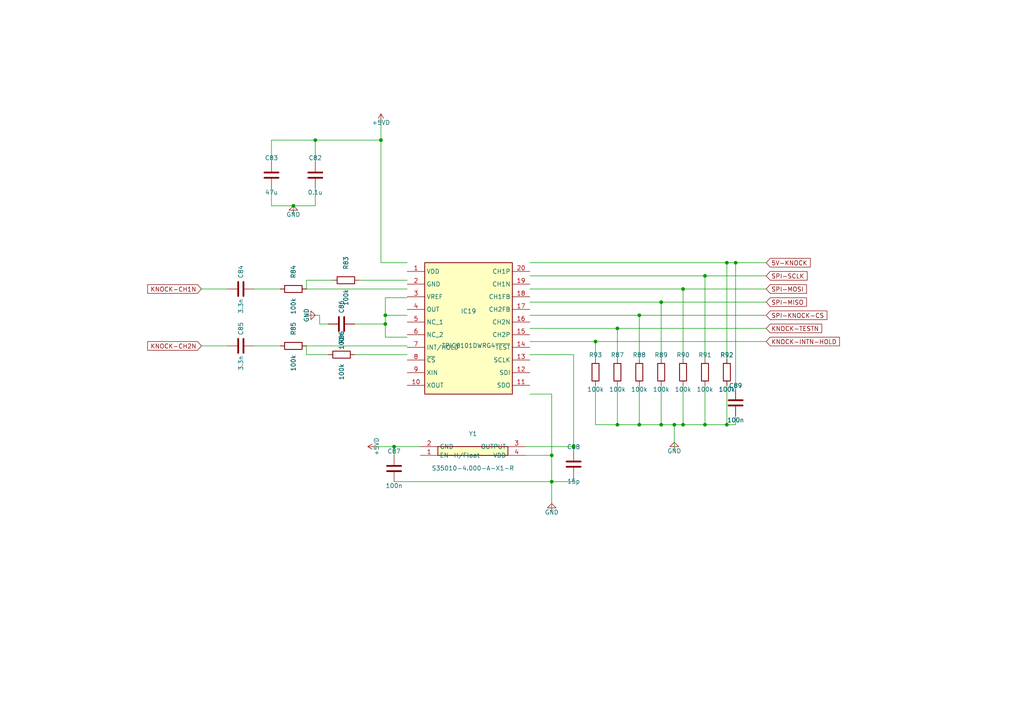
<source format=kicad_sch>
(kicad_sch (version 20231120) (generator "tokn_decoder") (generator_version "1.0")
  (paper "A4")
  (title_block (title "TPIC8101 Engine Knock Sensor Interface"))
  (lib_symbols
    (symbol "Device:C" (pin_numbers (hide yes)) (pin_names (offset 0.254))
      (property "Reference" "C" (at 0.635 2.54 0))
      (property "Value" "C" (at 0.635 -2.54 0))
      (symbol "C_0_1"
        (polyline (pts (xy -2.032 0.762) (xy 2.032 0.762)) (stroke (width 0.508)))
        (polyline (pts (xy -2.032 -0.762) (xy 2.032 -0.762)) (stroke (width 0.508)))
      )
      (symbol "C_1_1"
        (pin passive line (at 0 3.81 270) (length 2.794) (name "~") (number "1"))
        (pin passive line (at 0 -3.81 90) (length 2.794) (name "~") (number "2"))
      )
    )
    (symbol "tokn:TPIC8101DWRG4"
      (property "Reference" "U" (at 19.78 -19.05 0))
      (property "Value" "TPIC8101DWRG4" (at 19.78 -16.51 0))
      (symbol "TPIC8101DWRG4_1_1"
        (rectangle (start -12.700000000000001 -19.05) (end 12.700000000000001 19.05) (stroke (width 0.254)) (fill (type background)))
        (pin passive line (at -17.78 16.51 0) (length 5.08) (name "VDD") (number "1"))
        (pin passive line (at -17.78 12.841111111111113 0) (length 5.08) (name "GND") (number "2"))
        (pin passive line (at -17.78 9.172222222222224 0) (length 5.08) (name "VREF") (number "3"))
        (pin passive line (at -17.78 5.503333333333334 0) (length 5.08) (name "OUT") (number "4"))
        (pin passive line (at -17.78 1.8344444444444452 0) (length 5.08) (name "NC_1") (number "5"))
        (pin passive line (at -17.78 -1.8344444444444434 0) (length 5.08) (name "NC_2") (number "6"))
        (pin passive line (at -17.78 -5.503333333333334 0) (length 5.08) (name "INT/HOLD") (number "7"))
        (pin passive line (at -17.78 -9.17222222222222 0) (length 5.08) (name "~{CS}") (number "8"))
        (pin passive line (at -17.78 -12.841111111111111 0) (length 5.08) (name "XIN") (number "9"))
        (pin passive line (at -17.78 -16.51 0) (length 5.08) (name "XOUT") (number "10"))
        (pin passive line (at 17.78 -16.51 180) (length 5.08) (name "SDO") (number "11"))
        (pin passive line (at 17.78 -12.841111111111113 180) (length 5.08) (name "SDI") (number "12"))
        (pin passive line (at 17.78 -9.172222222222224 180) (length 5.08) (name "SCLK") (number "13"))
        (pin passive line (at 17.78 -5.503333333333334 180) (length 5.08) (name "~{TEST}") (number "14"))
        (pin passive line (at 17.78 -1.8344444444444452 180) (length 5.08) (name "CH2P") (number "15"))
        (pin passive line (at 17.78 1.8344444444444434 180) (length 5.08) (name "CH2N") (number "16"))
        (pin passive line (at 17.78 5.503333333333334 180) (length 5.08) (name "CH2FB") (number "17"))
        (pin passive line (at 17.78 9.17222222222222 180) (length 5.08) (name "CH1FB") (number "18"))
        (pin passive line (at 17.78 12.841111111111111 180) (length 5.08) (name "CH1N") (number "19"))
        (pin passive line (at 17.78 16.51 180) (length 5.08) (name "CH1P") (number "20"))
      )
    )
    (symbol "Device:R" (pin_numbers (hide yes)) (pin_names (offset 0))
      (property "Reference" "R" (at 2.032 0 90))
      (property "Value" "R" (at 0 0 90))
      (symbol "R_0_1"
        (rectangle (start -1.016 -2.54) (end 1.016 2.54) (stroke (width 0.254)))
      )
      (symbol "R_1_1"
        (pin passive line (at 0 3.81 270) (length 1.27) (name "~") (number "1"))
        (pin passive line (at 0 -3.81 90) (length 1.27) (name "~") (number "2"))
      )
    )
    (symbol "tokn:S35010-4.000-A-X1-R"
      (property "Reference" "U" (at 17.240000000000002 -1.27 0))
      (property "Value" "S35010-4.000-A-X1-R" (at 17.240000000000002 1.27 0))
      (symbol "S35010-4.000-A-X1-R_1_1"
        (rectangle (start -10.16 -1.27) (end 10.16 1.27) (stroke (width 0.254)) (fill (type background)))
        (pin passive line (at -15.24 -1.27 0) (length 5.08) (name "EN-H/Float") (number "1"))
        (pin passive line (at -15.24 1.27 0) (length 5.08) (name "GND") (number "2"))
        (pin passive line (at 15.24 1.27 180) (length 5.08) (name "OUTPUT") (number "3"))
        (pin passive line (at 15.24 -1.27 180) (length 5.08) (name "VDD") (number "4"))
      )
    )
    (symbol "power:+5VD" (power) (pin_numbers (hide yes)) (pin_names (offset 0) (hide yes))
      (property "Value" "+5VD" (at 0 3.556 0))
      (symbol "+5VD_0_1"
        (polyline (pts (xy -0.762 1.27) (xy 0 2.54)))
        (polyline (pts (xy 0 2.54) (xy 0.762 1.27)))
        (polyline (pts (xy 0 0) (xy 0 2.54)))
      )
      (symbol "+5VD_1_1"
        (pin power_in line (at 0 0 90) (length 0) (name "~") (number "1"))
      )
    )
    (symbol "power:GND" (power) (pin_numbers (hide yes)) (pin_names (offset 0) (hide yes))
      (property "Value" "GND" (at 0 -3.81 0))
      (symbol "GND_0_1"
        (polyline (pts (xy 0 0) (xy 0 -1.27) (xy 1.27 -1.27) (xy 0 -2.54) (xy -1.27 -1.27) (xy 0 -1.27)))
      )
      (symbol "GND_1_1"
        (pin power_in line (at 0 0 270) (length 0) (name "~") (number "1"))
      )
    )
  )
  (junction (at 114.3 129.54))
  (junction (at 110.49 40.64))
  (junction (at 91.44 40.64))
  (junction (at 204.47 123.19))
  (junction (at 185.42 123.19))
  (junction (at 210.82 123.19))
  (junction (at 179.07 123.19))
  (junction (at 191.77 123.19))
  (junction (at 195.58 123.19))
  (junction (at 198.12 123.19))
  (junction (at 85.09 59.69))
  (junction (at 160.02 139.7))
  (junction (at 160.02 132.08))
  (junction (at 210.82 76.2))
  (junction (at 213.36 76.2))
  (junction (at 172.72 99.06))
  (junction (at 179.07 95.25))
  (junction (at 185.42 91.44))
  (junction (at 191.77 87.63))
  (junction (at 198.12 83.82))
  (junction (at 204.47 80.01))
  (junction (at 111.76 91.44))
  (junction (at 111.76 93.98))
  (junction (at 166.37 129.54))
  (wire (pts (xy 114.3 129.54) (xy 114.3 132.08)))
  (wire (pts (xy 109.22 129.54) (xy 114.3 129.54)))
  (wire (pts (xy 114.3 129.54) (xy 121.92 129.54)))
  (wire (pts (xy 110.49 40.64) (xy 110.49 35.56)))
  (wire (pts (xy 110.49 76.2) (xy 110.49 40.64)))
  (wire (pts (xy 91.44 46.99) (xy 91.44 40.64)))
  (wire (pts (xy 91.44 40.64) (xy 110.49 40.64)))
  (wire (pts (xy 78.74 46.99) (xy 78.74 40.64)))
  (wire (pts (xy 118.11 76.2) (xy 110.49 76.2)))
  (wire (pts (xy 78.74 40.64) (xy 91.44 40.64)))
  (wire (pts (xy 204.47 111.76) (xy 204.47 123.19)))
  (wire (pts (xy 185.42 111.76) (xy 185.42 123.19)))
  (wire (pts (xy 210.82 111.76) (xy 210.82 123.19)))
  (wire (pts (xy 204.47 123.19) (xy 210.82 123.19)))
  (wire (pts (xy 172.72 123.19) (xy 179.07 123.19)))
  (wire (pts (xy 191.77 111.76) (xy 191.77 123.19)))
  (wire (pts (xy 195.58 123.19) (xy 195.58 130.81)))
  (wire (pts (xy 185.42 123.19) (xy 191.77 123.19)))
  (wire (pts (xy 191.77 123.19) (xy 195.58 123.19)))
  (wire (pts (xy 198.12 111.76) (xy 198.12 123.19)))
  (wire (pts (xy 204.47 123.19) (xy 198.12 123.19)))
  (wire (pts (xy 213.36 120.65) (xy 213.36 123.19)))
  (wire (pts (xy 198.12 123.19) (xy 195.58 123.19)))
  (wire (pts (xy 179.07 123.19) (xy 185.42 123.19)))
  (wire (pts (xy 172.72 111.76) (xy 172.72 123.19)))
  (wire (pts (xy 210.82 123.19) (xy 213.36 123.19)))
  (wire (pts (xy 179.07 111.76) (xy 179.07 123.19)))
  (wire (pts (xy 85.09 59.69) (xy 91.44 59.69)))
  (wire (pts (xy 85.09 59.69) (xy 85.09 62.23)))
  (wire (pts (xy 78.74 59.69) (xy 85.09 59.69)))
  (wire (pts (xy 91.44 54.61) (xy 91.44 59.69)))
  (wire (pts (xy 78.74 54.61) (xy 78.74 59.69)))
  (wire (pts (xy 166.37 139.7) (xy 160.02 139.7)))
  (wire (pts (xy 114.3 139.7) (xy 160.02 139.7)))
  (wire (pts (xy 160.02 132.08) (xy 160.02 139.7)))
  (wire (pts (xy 153.67 114.3) (xy 160.02 114.3)))
  (wire (pts (xy 160.02 114.3) (xy 160.02 132.08)))
  (wire (pts (xy 160.02 139.7) (xy 160.02 148.59)))
  (wire (pts (xy 152.4 132.08) (xy 160.02 132.08)))
  (wire (pts (xy 166.37 138.43) (xy 166.37 139.7)))
  (wire (pts (xy 92.71 93.98) (xy 95.25 93.98)))
  (wire (pts (xy 92.71 93.98) (xy 92.71 91.44)))
  (wire (pts (xy 92.71 91.44) (xy 88.9 91.44)))
  (wire (pts (xy 210.82 76.2) (xy 210.82 104.14)))
  (wire (pts (xy 213.36 76.2) (xy 222.25 76.2)))
  (wire (pts (xy 153.67 76.2) (xy 210.82 76.2)))
  (wire (pts (xy 213.36 76.2) (xy 213.36 113.03)))
  (wire (pts (xy 210.82 76.2) (xy 213.36 76.2)))
  (wire (pts (xy 58.42 83.82) (xy 66.04 83.82)))
  (wire (pts (xy 58.42 100.33) (xy 66.04 100.33)))
  (wire (pts (xy 153.67 99.06) (xy 172.72 99.06)))
  (wire (pts (xy 172.72 99.06) (xy 172.72 104.14)))
  (wire (pts (xy 172.72 99.06) (xy 222.25 99.06)))
  (wire (pts (xy 179.07 95.25) (xy 179.07 104.14)))
  (wire (pts (xy 153.67 95.25) (xy 179.07 95.25)))
  (wire (pts (xy 179.07 95.25) (xy 222.25 95.25)))
  (wire (pts (xy 185.42 91.44) (xy 222.25 91.44)))
  (wire (pts (xy 153.67 91.44) (xy 185.42 91.44)))
  (wire (pts (xy 185.42 91.44) (xy 185.42 104.14)))
  (wire (pts (xy 191.77 87.63) (xy 191.77 104.14)))
  (wire (pts (xy 153.67 87.63) (xy 191.77 87.63)))
  (wire (pts (xy 191.77 87.63) (xy 222.25 87.63)))
  (wire (pts (xy 198.12 83.82) (xy 222.25 83.82)))
  (wire (pts (xy 153.67 83.82) (xy 198.12 83.82)))
  (wire (pts (xy 198.12 83.82) (xy 198.12 104.14)))
  (wire (pts (xy 204.47 80.01) (xy 204.47 104.14)))
  (wire (pts (xy 153.67 80.01) (xy 204.47 80.01)))
  (wire (pts (xy 204.47 80.01) (xy 222.25 80.01)))
  (wire (pts (xy 111.76 86.36) (xy 111.76 91.44)))
  (wire (pts (xy 102.87 93.98) (xy 111.76 93.98)))
  (wire (pts (xy 111.76 97.79) (xy 111.76 93.98)))
  (wire (pts (xy 118.11 86.36) (xy 111.76 86.36)))
  (wire (pts (xy 111.76 91.44) (xy 118.11 91.44)))
  (wire (pts (xy 118.11 97.79) (xy 111.76 97.79)))
  (wire (pts (xy 111.76 93.98) (xy 111.76 91.44)))
  (wire (pts (xy 102.87 102.87) (xy 118.11 102.87)))
  (wire (pts (xy 73.66 100.33) (xy 81.28 100.33)))
  (wire (pts (xy 95.25 102.87) (xy 88.9 102.87)))
  (wire (pts (xy 118.11 100.33) (xy 88.9 100.33)))
  (wire (pts (xy 88.9 100.33) (xy 88.9 102.87)))
  (wire (pts (xy 88.9 81.28) (xy 88.9 83.82)))
  (wire (pts (xy 96.52 81.28) (xy 88.9 81.28)))
  (wire (pts (xy 88.9 83.82) (xy 118.11 83.82)))
  (wire (pts (xy 153.67 102.87) (xy 166.37 102.87)))
  (wire (pts (xy 166.37 129.54) (xy 152.4 129.54)))
  (wire (pts (xy 166.37 130.81) (xy 166.37 129.54)))
  (wire (pts (xy 166.37 102.87) (xy 166.37 129.54)))
  (wire (pts (xy 104.14 81.28) (xy 118.11 81.28)))
  (wire (pts (xy 73.66 83.82) (xy 81.28 83.82)))
  (global_label "5V-KNOCK" (shape input) (at 222.25 76.2 0) (property "Intersheetrefs" "${INTERSHEET_REFS}" (effects (hide yes))))
  (global_label "KNOCK-CH1N" (shape input) (at 58.42 83.82 180) (property "Intersheetrefs" "${INTERSHEET_REFS}" (effects (hide yes))))
  (global_label "KNOCK-CH2N" (shape input) (at 58.42 100.33 180) (property "Intersheetrefs" "${INTERSHEET_REFS}" (effects (hide yes))))
  (global_label "KNOCK-INTN-HOLD" (shape input) (at 222.25 99.06 0) (property "Intersheetrefs" "${INTERSHEET_REFS}" (effects (hide yes))))
  (global_label "KNOCK-TESTN" (shape input) (at 222.25 95.25 0) (property "Intersheetrefs" "${INTERSHEET_REFS}" (effects (hide yes))))
  (global_label "SPI-KNOCK-CS" (shape input) (at 222.25 91.44 0) (property "Intersheetrefs" "${INTERSHEET_REFS}" (effects (hide yes))))
  (global_label "SPI-MISO" (shape input) (at 222.25 87.63 0) (property "Intersheetrefs" "${INTERSHEET_REFS}" (effects (hide yes))))
  (global_label "SPI-MOSI" (shape input) (at 222.25 83.82 0) (property "Intersheetrefs" "${INTERSHEET_REFS}" (effects (hide yes))))
  (global_label "SPI-SCLK" (shape input) (at 222.25 80.01 0) (property "Intersheetrefs" "${INTERSHEET_REFS}" (effects (hide yes))))
  (symbol (lib_id "Device:C") (at 91.44 50.8 0) (unit 1)
    (property "Reference" "C82" (at 91.44 45.8 0))
    (property "Value" "0.1u" (at 91.44 55.8 0))
    (property "Footprint" "Capacitor_SMD:C_0603_1608Metric" (effects (hide yes)))
  )
  (symbol (lib_id "Device:C") (at 78.74 50.8 0) (unit 1)
    (property "Reference" "C83" (at 78.74 45.8 0))
    (property "Value" "47u" (at 78.74 55.8 0))
    (property "Footprint" "Capacitor_SMD:C_0603_1608Metric" (effects (hide yes)))
  )
  (symbol (lib_id "Device:C") (at 69.85 83.82 90) (unit 1)
    (property "Reference" "C84" (at 69.85 78.82 0))
    (property "Value" "3.3n" (at 69.85 88.82 0))
    (property "Footprint" "Capacitor_SMD:C_0603_1608Metric" (effects (hide yes)))
  )
  (symbol (lib_id "Device:C") (at 69.85 100.33 90) (unit 1)
    (property "Reference" "C85" (at 69.85 95.33 0))
    (property "Value" "3.3n" (at 69.85 105.33 0))
    (property "Footprint" "Capacitor_SMD:C_0603_1608Metric" (effects (hide yes)))
  )
  (symbol (lib_id "Device:C") (at 99.06 93.98 90) (unit 1)
    (property "Reference" "C86" (at 99.06 88.98 0))
    (property "Value" "100n" (at 99.06 98.98 0))
    (property "Footprint" "Capacitor_SMD:C_0603_1608Metric" (effects (hide yes)))
  )
  (symbol (lib_id "Device:C") (at 114.3 135.89 0) (unit 1)
    (property "Reference" "C87" (at 114.3 130.89 0))
    (property "Value" "100n" (at 114.3 140.89 0))
    (property "Footprint" "Capacitor_SMD:C_0603_1608Metric" (effects (hide yes)))
  )
  (symbol (lib_id "Device:C") (at 166.37 134.62 0) (unit 1)
    (property "Reference" "C88" (at 166.37 129.62 0))
    (property "Value" "15p" (at 166.37 139.62 0))
    (property "Footprint" "Capacitor_SMD:C_0603_1608Metric" (effects (hide yes)))
  )
  (symbol (lib_id "Device:C") (at 213.36 116.84 0) (unit 1)
    (property "Reference" "C89" (at 213.36 111.84 0))
    (property "Value" "100n" (at 213.36 121.84 0))
    (property "Footprint" "Capacitor_SMD:C_0603_1608Metric" (effects (hide yes)))
  )
  (symbol (lib_id "tokn:TPIC8101DWRG4") (at 135.89 95.25 0) (unit 1)
    (property "Reference" "IC19" (at 135.89 90.25 0))
    (property "Value" "TPIC8101DWRG4" (at 135.89 100.25 0))
    (property "Footprint" "Package_SO:SOIC-20W_7.5x12.8mm_P1.27mm" (effects (hide yes)))
  )
  (symbol (lib_id "Device:R") (at 100.33 81.28 90) (unit 1)
    (property "Reference" "R83" (at 100.33 76.28 0))
    (property "Value" "100k" (at 100.33 86.28 0))
    (property "Footprint" "Resistor_SMD:R_0603_1608Metric" (effects (hide yes)))
  )
  (symbol (lib_id "Device:R") (at 85.09 83.82 90) (unit 1)
    (property "Reference" "R84" (at 85.09 78.82 0))
    (property "Value" "100k" (at 85.09 88.82 0))
    (property "Footprint" "Resistor_SMD:R_0603_1608Metric" (effects (hide yes)))
  )
  (symbol (lib_id "Device:R") (at 85.09 100.33 90) (unit 1)
    (property "Reference" "R85" (at 85.09 95.33 0))
    (property "Value" "100k" (at 85.09 105.33 0))
    (property "Footprint" "Resistor_SMD:R_0603_1608Metric" (effects (hide yes)))
  )
  (symbol (lib_id "Device:R") (at 99.06 102.87 90) (unit 1)
    (property "Reference" "R86" (at 99.06 97.87 0))
    (property "Value" "100k" (at 99.06 107.87 0))
    (property "Footprint" "Resistor_SMD:R_0603_1608Metric" (effects (hide yes)))
  )
  (symbol (lib_id "Device:R") (at 179.07 107.95 180) (unit 1)
    (property "Reference" "R87" (at 179.07 102.95 0))
    (property "Value" "100k" (at 179.07 112.95 0))
    (property "Footprint" "Resistor_SMD:R_0603_1608Metric" (effects (hide yes)))
  )
  (symbol (lib_id "Device:R") (at 185.42 107.95 180) (unit 1)
    (property "Reference" "R88" (at 185.42 102.95 0))
    (property "Value" "100k" (at 185.42 112.95 0))
    (property "Footprint" "Resistor_SMD:R_0603_1608Metric" (effects (hide yes)))
  )
  (symbol (lib_id "Device:R") (at 191.77 107.95 180) (unit 1)
    (property "Reference" "R89" (at 191.77 102.95 0))
    (property "Value" "100k" (at 191.77 112.95 0))
    (property "Footprint" "Resistor_SMD:R_0603_1608Metric" (effects (hide yes)))
  )
  (symbol (lib_id "Device:R") (at 198.12 107.95 180) (unit 1)
    (property "Reference" "R90" (at 198.12 102.95 0))
    (property "Value" "100k" (at 198.12 112.95 0))
    (property "Footprint" "Resistor_SMD:R_0603_1608Metric" (effects (hide yes)))
  )
  (symbol (lib_id "Device:R") (at 204.47 107.95 180) (unit 1)
    (property "Reference" "R91" (at 204.47 102.95 0))
    (property "Value" "100k" (at 204.47 112.95 0))
    (property "Footprint" "Resistor_SMD:R_0603_1608Metric" (effects (hide yes)))
  )
  (symbol (lib_id "Device:R") (at 210.82 107.95 180) (unit 1)
    (property "Reference" "R92" (at 210.82 102.95 0))
    (property "Value" "100k" (at 210.82 112.95 0))
    (property "Footprint" "Resistor_SMD:R_0603_1608Metric" (effects (hide yes)))
  )
  (symbol (lib_id "Device:R") (at 172.72 107.95 180) (unit 1)
    (property "Reference" "R93" (at 172.72 102.95 0))
    (property "Value" "100k" (at 172.72 112.95 0))
    (property "Footprint" "Resistor_SMD:R_0603_1608Metric" (effects (hide yes)))
  )
  (symbol (lib_id "tokn:S35010-4.000-A-X1-R") (at 137.16 130.81 0) (unit 1)
    (property "Reference" "Y1" (at 137.16 125.81 0))
    (property "Value" "S35010-4.000-A-X1-R" (at 137.16 135.81 0))
  )
  (symbol (lib_id "power:+5VD") (at 109.22 129.54 90) (unit 1)
    (property "Reference" "#PWR01" (effects (hide yes)))
    (property "Value" "+5VD" (at 109.22 129.54 0))
  )
  (symbol (lib_id "power:+5VD") (at 110.49 35.56 0) (unit 1)
    (property "Reference" "#PWR02" (effects (hide yes)))
    (property "Value" "+5VD" (at 110.49 35.56 0))
  )
  (symbol (lib_id "power:GND") (at 195.58 130.81 180) (unit 1)
    (property "Reference" "#PWR03" (effects (hide yes)))
    (property "Value" "GND" (at 195.58 130.81 0))
  )
  (symbol (lib_id "power:GND") (at 85.09 62.23 180) (unit 1)
    (property "Reference" "#PWR04" (effects (hide yes)))
    (property "Value" "GND" (at 85.09 62.23 0))
  )
  (symbol (lib_id "power:GND") (at 160.02 148.59 180) (unit 1)
    (property "Reference" "#PWR05" (effects (hide yes)))
    (property "Value" "GND" (at 160.02 148.59 0))
  )
  (symbol (lib_id "power:GND") (at 88.9 91.44 90) (unit 1)
    (property "Reference" "#PWR06" (effects (hide yes)))
    (property "Value" "GND" (at 88.9 91.44 0))
  )
)
</source>
